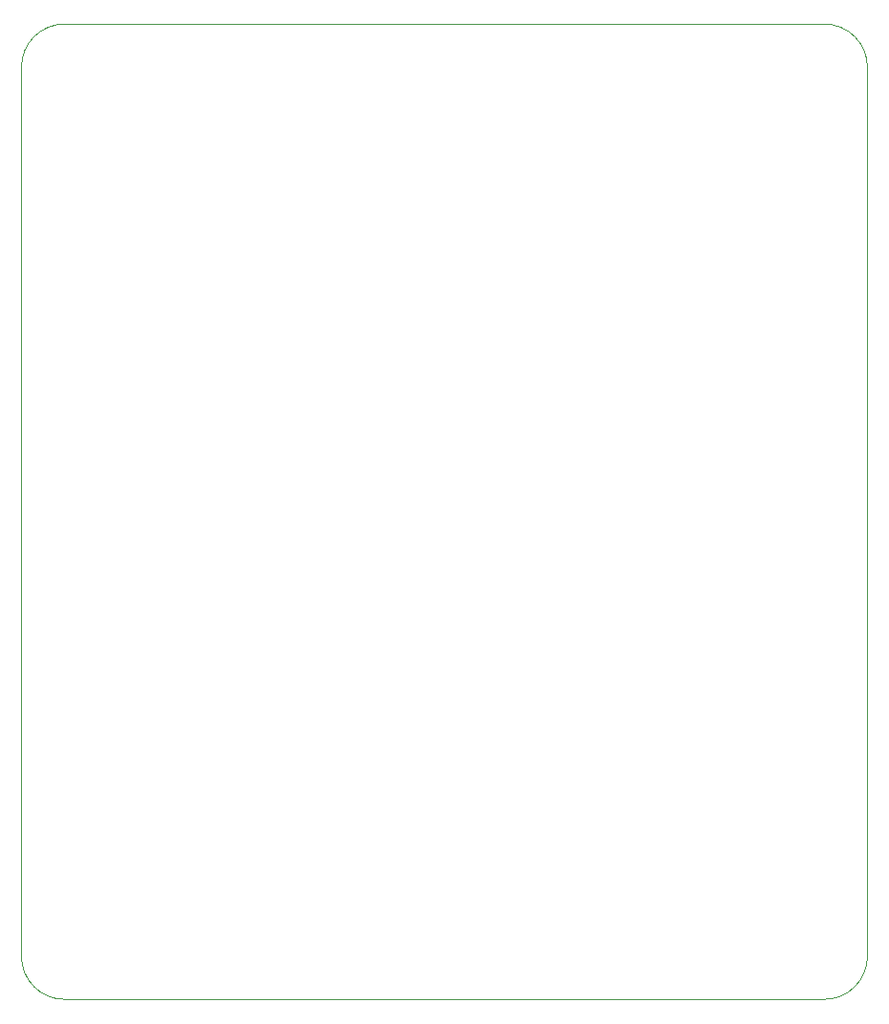
<source format=gbr>
%TF.GenerationSoftware,KiCad,Pcbnew,5.1.6*%
%TF.CreationDate,2020-08-26T17:45:01+02:00*%
%TF.ProjectId,PAF_controller,5041465f-636f-46e7-9472-6f6c6c65722e,rev?*%
%TF.SameCoordinates,Original*%
%TF.FileFunction,Profile,NP*%
%FSLAX46Y46*%
G04 Gerber Fmt 4.6, Leading zero omitted, Abs format (unit mm)*
G04 Created by KiCad (PCBNEW 5.1.6) date 2020-08-26 17:45:01*
%MOMM*%
%LPD*%
G01*
G04 APERTURE LIST*
%TA.AperFunction,Profile*%
%ADD10C,0.050000*%
%TD*%
G04 APERTURE END LIST*
D10*
X92710000Y-55880000D02*
G75*
G02*
X96520000Y-52070000I3810000J0D01*
G01*
X96520000Y-138430000D02*
G75*
G02*
X92710000Y-134620000I0J3810000D01*
G01*
X167640000Y-134620000D02*
G75*
G02*
X163830000Y-138430000I-3810000J0D01*
G01*
X163830000Y-52070000D02*
G75*
G02*
X167640000Y-55880000I0J-3810000D01*
G01*
X92710000Y-55880000D02*
X92710000Y-134620000D01*
X163830000Y-138430000D02*
X96520000Y-138430000D01*
X167640000Y-55880000D02*
X167640000Y-134620000D01*
X96520000Y-52070000D02*
X163830000Y-52070000D01*
M02*

</source>
